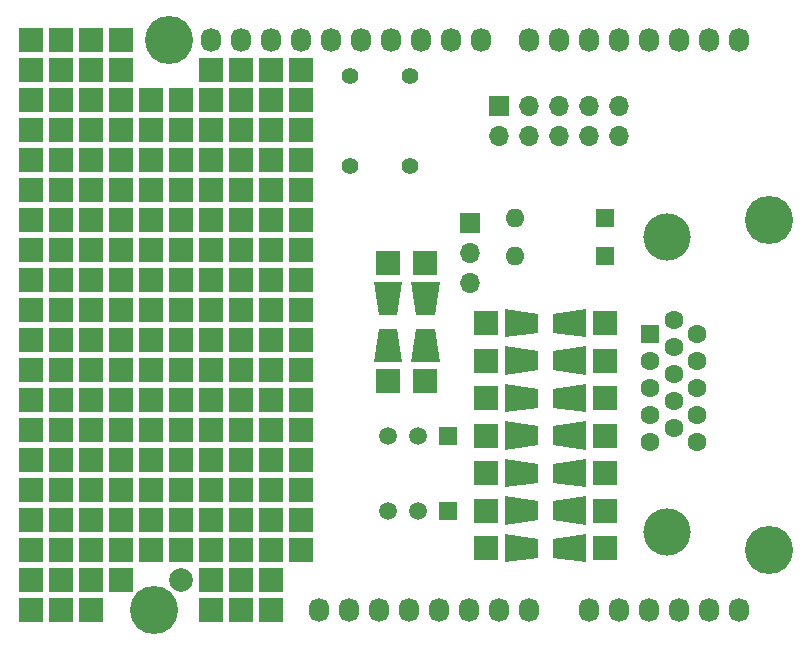
<source format=gts>
G04 #@! TF.GenerationSoftware,KiCad,Pcbnew,(5.1.6)-1*
G04 #@! TF.CreationDate,2023-11-11T21:49:05+01:00*
G04 #@! TF.ProjectId,15khzvgatester,31356b68-7a76-4676-9174-65737465722e,rev?*
G04 #@! TF.SameCoordinates,Original*
G04 #@! TF.FileFunction,Soldermask,Top*
G04 #@! TF.FilePolarity,Negative*
%FSLAX46Y46*%
G04 Gerber Fmt 4.6, Leading zero omitted, Abs format (unit mm)*
G04 Created by KiCad (PCBNEW (5.1.6)-1) date 2023-11-11 21:49:05*
%MOMM*%
%LPD*%
G01*
G04 APERTURE LIST*
%ADD10R,2.000000X2.000000*%
%ADD11C,2.000000*%
%ADD12R,1.700000X1.700000*%
%ADD13O,1.700000X1.700000*%
%ADD14C,1.397000*%
%ADD15C,0.100000*%
%ADD16R,1.998980X1.998980*%
%ADD17C,1.520000*%
%ADD18R,1.520000X1.520000*%
%ADD19C,4.000000*%
%ADD20C,1.600000*%
%ADD21R,1.600000X1.600000*%
%ADD22O,1.600000X1.600000*%
%ADD23O,1.727200X2.032000*%
%ADD24C,4.064000*%
G04 APERTURE END LIST*
D10*
X122174000Y-121285000D03*
D11*
X127254000Y-121285000D03*
D10*
X114554000Y-93345000D03*
X117094000Y-93345000D03*
X119634000Y-93345000D03*
X119634000Y-90805000D03*
X117094000Y-90805000D03*
X114554000Y-90805000D03*
X114554000Y-88265000D03*
X117094000Y-88265000D03*
X119634000Y-88265000D03*
X119634000Y-85725000D03*
X117094000Y-85725000D03*
X114554000Y-85725000D03*
X114554000Y-83185000D03*
X117094000Y-83185000D03*
X119634000Y-83185000D03*
X114554000Y-116205000D03*
X117094000Y-116205000D03*
X119634000Y-116205000D03*
X119634000Y-118745000D03*
X117094000Y-118745000D03*
X114554000Y-118745000D03*
X117094000Y-121285000D03*
X114554000Y-121285000D03*
X114554000Y-123825000D03*
X117094000Y-123825000D03*
X119634000Y-123825000D03*
X119634000Y-121285000D03*
X122174000Y-118745000D03*
X122174000Y-116205000D03*
X122174000Y-113665000D03*
X119634000Y-113665000D03*
X117094000Y-113665000D03*
X114554000Y-113665000D03*
X122174000Y-83185000D03*
X122174000Y-85725000D03*
X122174000Y-88265000D03*
X122174000Y-90805000D03*
X122174000Y-93345000D03*
X122174000Y-95885000D03*
X119634000Y-95885000D03*
X117094000Y-95885000D03*
X114554000Y-95885000D03*
X122174000Y-80645000D03*
X119634000Y-80645000D03*
X117094000Y-80645000D03*
X114554000Y-80645000D03*
X124714000Y-113665000D03*
X124714000Y-116205000D03*
X124714000Y-118745000D03*
X127254000Y-118745000D03*
X134874000Y-123825000D03*
X132334000Y-123825000D03*
X129794000Y-123825000D03*
X134874000Y-118745000D03*
X114554000Y-111125000D03*
X114554000Y-108585000D03*
X114554000Y-106045000D03*
X114554000Y-103505000D03*
X114554000Y-100965000D03*
X114554000Y-98425000D03*
X124714000Y-95885000D03*
X124714000Y-93345000D03*
X124714000Y-90805000D03*
X124714000Y-88265000D03*
X124714000Y-85725000D03*
X124714000Y-83185000D03*
X124714000Y-80645000D03*
X127254000Y-80645000D03*
X117094000Y-78105000D03*
X114554000Y-78105000D03*
X117094000Y-75565000D03*
X114554000Y-75565000D03*
X122174000Y-78105000D03*
X119634000Y-78105000D03*
X122174000Y-75565000D03*
X119634000Y-75565000D03*
X119634000Y-111125000D03*
X117094000Y-111125000D03*
X119634000Y-108585000D03*
X117094000Y-108585000D03*
X119634000Y-106045000D03*
X117094000Y-106045000D03*
X119634000Y-103505000D03*
X117094000Y-103505000D03*
X119634000Y-100965000D03*
X117094000Y-100965000D03*
X119634000Y-98425000D03*
X117094000Y-98425000D03*
X124714000Y-111125000D03*
X122174000Y-111125000D03*
X124714000Y-108585000D03*
X122174000Y-108585000D03*
X124714000Y-106045000D03*
X122174000Y-106045000D03*
X124714000Y-103505000D03*
X122174000Y-103505000D03*
X124714000Y-100965000D03*
X122174000Y-100965000D03*
X124714000Y-98425000D03*
X122174000Y-98425000D03*
X132334000Y-121285000D03*
X129794000Y-121285000D03*
X132334000Y-118745000D03*
X129794000Y-118745000D03*
X129794000Y-116205000D03*
X127254000Y-116205000D03*
X129794000Y-113665000D03*
X127254000Y-113665000D03*
X129794000Y-111125000D03*
X127254000Y-111125000D03*
X129794000Y-108585000D03*
X127254000Y-108585000D03*
X129794000Y-106045000D03*
X127254000Y-106045000D03*
X129794000Y-103505000D03*
X127254000Y-103505000D03*
X129794000Y-100965000D03*
X127254000Y-100965000D03*
X129794000Y-98425000D03*
X127254000Y-98425000D03*
X129794000Y-95885000D03*
X127254000Y-95885000D03*
X129794000Y-93345000D03*
X127254000Y-93345000D03*
X129794000Y-90805000D03*
X127254000Y-90805000D03*
X129794000Y-88265000D03*
X127254000Y-88265000D03*
X129794000Y-85725000D03*
X127254000Y-85725000D03*
X129794000Y-83185000D03*
X127254000Y-83185000D03*
X134874000Y-116205000D03*
X132334000Y-116205000D03*
X134874000Y-113665000D03*
X132334000Y-113665000D03*
X134874000Y-111125000D03*
X132334000Y-111125000D03*
X134874000Y-108585000D03*
X132334000Y-108585000D03*
X134874000Y-106045000D03*
X132334000Y-106045000D03*
X134874000Y-103505000D03*
X132334000Y-103505000D03*
X134874000Y-100965000D03*
X132334000Y-100965000D03*
X134874000Y-98425000D03*
X132334000Y-98425000D03*
X134874000Y-95885000D03*
X132334000Y-95885000D03*
X134874000Y-93345000D03*
X132334000Y-93345000D03*
X134874000Y-90805000D03*
X132334000Y-90805000D03*
X134874000Y-88265000D03*
X132334000Y-88265000D03*
X134874000Y-85725000D03*
X132334000Y-85725000D03*
X134874000Y-83185000D03*
X132334000Y-83185000D03*
X134874000Y-80645000D03*
X132334000Y-80645000D03*
X129794000Y-80645000D03*
X129794000Y-78105000D03*
X132334000Y-78105000D03*
X134874000Y-78105000D03*
X134874000Y-121285000D03*
X137414000Y-118745000D03*
X137414000Y-116205000D03*
X137414000Y-113665000D03*
X137414000Y-111125000D03*
X137414000Y-108585000D03*
X137414000Y-106045000D03*
X137414000Y-103505000D03*
X137414000Y-100965000D03*
X137414000Y-98425000D03*
X137414000Y-95885000D03*
X137414000Y-93345000D03*
X137414000Y-90805000D03*
X137414000Y-88265000D03*
X137414000Y-85725000D03*
X137414000Y-83185000D03*
X137414000Y-80645000D03*
X137414000Y-78105000D03*
D12*
X154178000Y-81161000D03*
D13*
X154178000Y-83701000D03*
X156718000Y-81161000D03*
X156718000Y-83701000D03*
X159258000Y-81161000D03*
X159258000Y-83701000D03*
X161798000Y-81161000D03*
X161798000Y-83701000D03*
X164338000Y-81161000D03*
X164338000Y-83701000D03*
D12*
X151748000Y-91067000D03*
D13*
X151748000Y-93607000D03*
X151748000Y-96147000D03*
D14*
X141588000Y-78621000D03*
X146668000Y-78621000D03*
X141588000Y-86241000D03*
X146668000Y-86241000D03*
D15*
G36*
X154699480Y-110299880D02*
G01*
X154699480Y-107902120D01*
X157498560Y-108300900D01*
X157498560Y-109901100D01*
X154699480Y-110299880D01*
G37*
G36*
X161496520Y-107902120D02*
G01*
X161496520Y-110299880D01*
X158697440Y-109901100D01*
X158697440Y-108300900D01*
X161496520Y-107902120D01*
G37*
D16*
X153096740Y-109101000D03*
X163099260Y-109101000D03*
D15*
G36*
X154699480Y-119824880D02*
G01*
X154699480Y-117427120D01*
X157498560Y-117825900D01*
X157498560Y-119426100D01*
X154699480Y-119824880D01*
G37*
G36*
X161496520Y-117427120D02*
G01*
X161496520Y-119824880D01*
X158697440Y-119426100D01*
X158697440Y-117825900D01*
X161496520Y-117427120D01*
G37*
D16*
X153096740Y-118626000D03*
X163099260Y-118626000D03*
D15*
G36*
X149136880Y-102895780D02*
G01*
X146739120Y-102895780D01*
X147137900Y-100096700D01*
X148738100Y-100096700D01*
X149136880Y-102895780D01*
G37*
G36*
X146739120Y-96098740D02*
G01*
X149136880Y-96098740D01*
X148738100Y-98897820D01*
X147137900Y-98897820D01*
X146739120Y-96098740D01*
G37*
D16*
X147938000Y-104498520D03*
X147938000Y-94496000D03*
D15*
G36*
X143564120Y-96098740D02*
G01*
X145961880Y-96098740D01*
X145563100Y-98897820D01*
X143962900Y-98897820D01*
X143564120Y-96098740D01*
G37*
G36*
X145961880Y-102895780D02*
G01*
X143564120Y-102895780D01*
X143962900Y-100096700D01*
X145563100Y-100096700D01*
X145961880Y-102895780D01*
G37*
D16*
X144763000Y-94496000D03*
X144763000Y-104498520D03*
D15*
G36*
X154699480Y-113474880D02*
G01*
X154699480Y-111077120D01*
X157498560Y-111475900D01*
X157498560Y-113076100D01*
X154699480Y-113474880D01*
G37*
G36*
X161496520Y-111077120D02*
G01*
X161496520Y-113474880D01*
X158697440Y-113076100D01*
X158697440Y-111475900D01*
X161496520Y-111077120D01*
G37*
D16*
X153096740Y-112276000D03*
X163099260Y-112276000D03*
D15*
G36*
X154699480Y-116649880D02*
G01*
X154699480Y-114252120D01*
X157498560Y-114650900D01*
X157498560Y-116251100D01*
X154699480Y-116649880D01*
G37*
G36*
X161496520Y-114252120D02*
G01*
X161496520Y-116649880D01*
X158697440Y-116251100D01*
X158697440Y-114650900D01*
X161496520Y-114252120D01*
G37*
D16*
X153096740Y-115451000D03*
X163099260Y-115451000D03*
D15*
G36*
X161496520Y-104727120D02*
G01*
X161496520Y-107124880D01*
X158697440Y-106726100D01*
X158697440Y-105125900D01*
X161496520Y-104727120D01*
G37*
G36*
X154699480Y-107124880D02*
G01*
X154699480Y-104727120D01*
X157498560Y-105125900D01*
X157498560Y-106726100D01*
X154699480Y-107124880D01*
G37*
D16*
X163099260Y-105926000D03*
X153096740Y-105926000D03*
D15*
G36*
X161496520Y-101552120D02*
G01*
X161496520Y-103949880D01*
X158697440Y-103551100D01*
X158697440Y-101950900D01*
X161496520Y-101552120D01*
G37*
G36*
X154699480Y-103949880D02*
G01*
X154699480Y-101552120D01*
X157498560Y-101950900D01*
X157498560Y-103551100D01*
X154699480Y-103949880D01*
G37*
D16*
X163099260Y-102751000D03*
X153096740Y-102751000D03*
D15*
G36*
X161496520Y-98377120D02*
G01*
X161496520Y-100774880D01*
X158697440Y-100376100D01*
X158697440Y-98775900D01*
X161496520Y-98377120D01*
G37*
G36*
X154699480Y-100774880D02*
G01*
X154699480Y-98377120D01*
X157498560Y-98775900D01*
X157498560Y-100376100D01*
X154699480Y-100774880D01*
G37*
D16*
X163099260Y-99576000D03*
X153096740Y-99576000D03*
D17*
X147303000Y-109101000D03*
X144763000Y-109101000D03*
D18*
X149843000Y-109101000D03*
D17*
X147303000Y-115451000D03*
X144763000Y-115451000D03*
D18*
X149843000Y-115451000D03*
D19*
X168408000Y-92276000D03*
X168408000Y-117276000D03*
D20*
X170948000Y-109621000D03*
X170948000Y-107331000D03*
X170948000Y-105041000D03*
X170948000Y-102751000D03*
X170948000Y-100461000D03*
X168968000Y-108476000D03*
X168968000Y-106186000D03*
X168968000Y-103896000D03*
X168968000Y-101606000D03*
X168968000Y-99316000D03*
X166988000Y-109621000D03*
X166988000Y-107331000D03*
X166988000Y-105041000D03*
X166988000Y-102751000D03*
D21*
X166988000Y-100461000D03*
X163178000Y-93861000D03*
D22*
X155558000Y-93861000D03*
D21*
X163178000Y-90686000D03*
D22*
X155558000Y-90686000D03*
D23*
X138938000Y-123825000D03*
X141478000Y-123825000D03*
X144018000Y-123825000D03*
X146558000Y-123825000D03*
X149098000Y-123825000D03*
X151638000Y-123825000D03*
X154178000Y-123825000D03*
X156718000Y-123825000D03*
X161798000Y-123825000D03*
X164338000Y-123825000D03*
X166878000Y-123825000D03*
X169418000Y-123825000D03*
X171958000Y-123825000D03*
X174498000Y-123825000D03*
X129794000Y-75565000D03*
X132334000Y-75565000D03*
X134874000Y-75565000D03*
X137414000Y-75565000D03*
X139954000Y-75565000D03*
X142494000Y-75565000D03*
X145034000Y-75565000D03*
X147574000Y-75565000D03*
X150114000Y-75565000D03*
X152654000Y-75565000D03*
X156718000Y-75565000D03*
X159258000Y-75565000D03*
X161798000Y-75565000D03*
X164338000Y-75565000D03*
X166878000Y-75565000D03*
X169418000Y-75565000D03*
X171958000Y-75565000D03*
X174498000Y-75565000D03*
D24*
X124968000Y-123825000D03*
X177038000Y-118745000D03*
X126238000Y-75565000D03*
X177038000Y-90805000D03*
M02*

</source>
